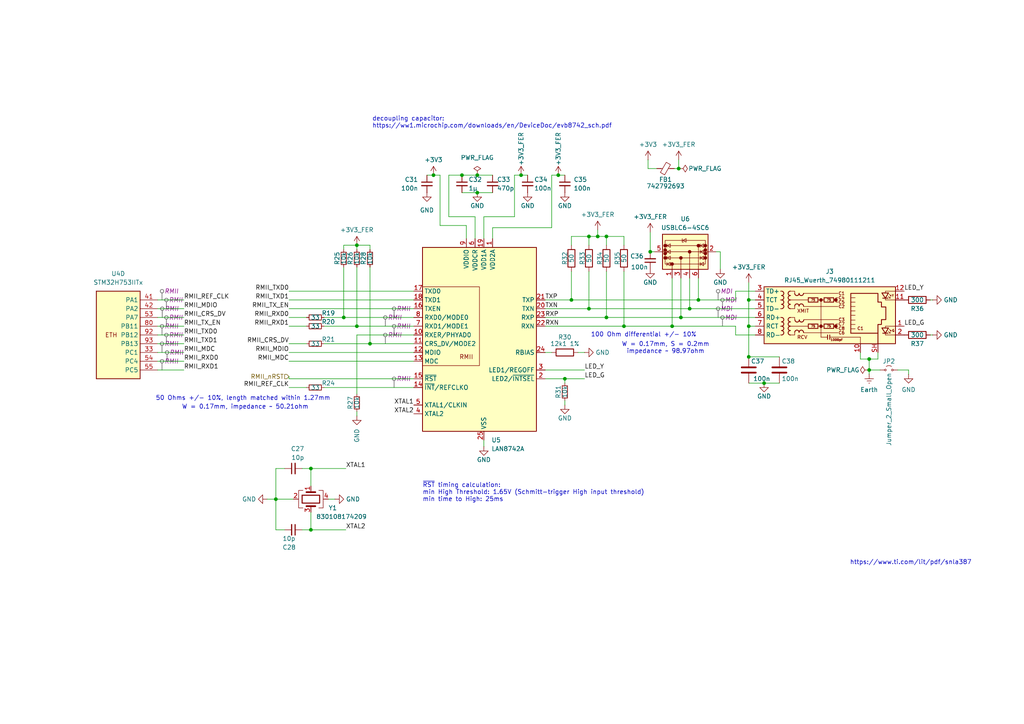
<source format=kicad_sch>
(kicad_sch
	(version 20250114)
	(generator "eeschema")
	(generator_version "9.0")
	(uuid "646f0ec7-69cc-4f42-8786-19ce68dbe63b")
	(paper "A4")
	
	(text "https://www.ti.com/lit/pdf/snla387"
		(exclude_from_sim no)
		(at 264.16 163.195 0)
		(effects
			(font
				(size 1.27 1.27)
			)
		)
		(uuid "07355253-d57a-4889-91b8-64d92046556e")
	)
	(text "W = 0.17mm, impedance ~ 50.21ohm"
		(exclude_from_sim no)
		(at 71.12 118.11 0)
		(effects
			(font
				(size 1.27 1.27)
			)
		)
		(uuid "49058765-2b2c-4275-9dcb-62dec990a013")
	)
	(text "~{RST} timing calculation:\nmin High Threshold: 1.65V (Schmitt-trigger High input threshold)\nmin time to High: 25ms"
		(exclude_from_sim no)
		(at 122.555 142.875 0)
		(effects
			(font
				(size 1.27 1.27)
			)
			(justify left)
		)
		(uuid "647e5c24-9002-4bcb-9253-b89a1429e58f")
	)
	(text "50 Ohms +/- 10%, length matched within 1.27mm"
		(exclude_from_sim no)
		(at 70.485 115.57 0)
		(effects
			(font
				(size 1.27 1.27)
			)
		)
		(uuid "87c95337-b4e4-4486-8203-c41b42b73555")
	)
	(text "decoupling capacitor:\nhttps://ww1.microchip.com/downloads/en/DeviceDoc/evb8742_sch.pdf"
		(exclude_from_sim no)
		(at 107.95 35.56 0)
		(effects
			(font
				(size 1.27 1.27)
			)
			(justify left)
		)
		(uuid "8daae0bb-64e3-4fc9-80ff-1c40c2265636")
	)
	(text "100 Ohm differential +/- 10%"
		(exclude_from_sim no)
		(at 186.69 97.155 0)
		(effects
			(font
				(size 1.27 1.27)
			)
		)
		(uuid "91dfeb50-624f-42c9-afcf-757a0abe0581")
	)
	(text "W = 0.17mm, S = 0.2mm\nimpedance ~ 98.97ohm"
		(exclude_from_sim no)
		(at 193.04 100.965 0)
		(effects
			(font
				(size 1.27 1.27)
			)
		)
		(uuid "fd6cdfc9-b2e2-4b13-abe0-02b1421eaaef")
	)
	(junction
		(at 196.85 48.895)
		(diameter 0)
		(color 0 0 0 0)
		(uuid "049ee6f0-edd9-4de9-9d41-d67b7d7371c4")
	)
	(junction
		(at 252.095 107.315)
		(diameter 0)
		(color 0 0 0 0)
		(uuid "0a4dc002-a1a1-4420-82d9-0f8650ef61be")
	)
	(junction
		(at 163.83 109.855)
		(diameter 0)
		(color 0 0 0 0)
		(uuid "1b0dfb70-1ae2-419b-8562-dfad3b9b2ec1")
	)
	(junction
		(at 103.505 94.615)
		(diameter 0)
		(color 0 0 0 0)
		(uuid "2035bcc3-7426-4bcb-8edc-fae5b3357d94")
	)
	(junction
		(at 151.13 50.8)
		(diameter 0)
		(color 0 0 0 0)
		(uuid "2647d42f-9872-4cd1-b370-3dd4abad0ecf")
	)
	(junction
		(at 202.565 86.995)
		(diameter 0)
		(color 0 0 0 0)
		(uuid "31b34c5c-feb7-4343-a199-c34c4443428d")
	)
	(junction
		(at 180.975 94.615)
		(diameter 0)
		(color 0 0 0 0)
		(uuid "365a1506-233c-4ff0-95cc-7f7a59db9742")
	)
	(junction
		(at 194.945 94.615)
		(diameter 0)
		(color 0 0 0 0)
		(uuid "4369633a-7c55-4b23-8849-c208281a6526")
	)
	(junction
		(at 165.735 86.995)
		(diameter 0)
		(color 0 0 0 0)
		(uuid "463d78f6-9a6e-4f37-93c6-b49793c12db1")
	)
	(junction
		(at 161.925 50.8)
		(diameter 0)
		(color 0 0 0 0)
		(uuid "4d300525-7eec-4176-997d-066554a55c5b")
	)
	(junction
		(at 221.615 111.125)
		(diameter 0)
		(color 0 0 0 0)
		(uuid "5f43df96-af99-4f70-af0c-81c21162083a")
	)
	(junction
		(at 217.17 86.995)
		(diameter 0)
		(color 0 0 0 0)
		(uuid "608c3ba2-14a8-4f9c-8522-bde368058f20")
	)
	(junction
		(at 80.01 144.78)
		(diameter 0)
		(color 0 0 0 0)
		(uuid "787f373f-9e88-4948-aee8-3d2848b59e9a")
	)
	(junction
		(at 175.895 92.075)
		(diameter 0)
		(color 0 0 0 0)
		(uuid "7fe16ac2-7ca3-4751-a581-5dcb8a6c92fd")
	)
	(junction
		(at 200.025 89.535)
		(diameter 0)
		(color 0 0 0 0)
		(uuid "9475dafa-ebc7-4881-a820-06306bb84810")
	)
	(junction
		(at 125.73 50.8)
		(diameter 0)
		(color 0 0 0 0)
		(uuid "96e1967a-2115-41a7-88e9-acfb9aa5adde")
	)
	(junction
		(at 217.17 103.505)
		(diameter 0)
		(color 0 0 0 0)
		(uuid "9beb3c46-0a2f-4454-ac89-62302ac3b4b6")
	)
	(junction
		(at 99.695 92.075)
		(diameter 0)
		(color 0 0 0 0)
		(uuid "a19ea777-a0c8-4300-8c9c-2eff811d80a8")
	)
	(junction
		(at 173.355 68.58)
		(diameter 0)
		(color 0 0 0 0)
		(uuid "aae18f9d-4e04-46ce-b266-d0e944fa6fe0")
	)
	(junction
		(at 103.505 71.12)
		(diameter 0)
		(color 0 0 0 0)
		(uuid "abafef1c-2e60-46e4-a8ae-5d7767c8353f")
	)
	(junction
		(at 90.17 135.89)
		(diameter 0)
		(color 0 0 0 0)
		(uuid "aebe97b2-90e8-4de5-ae36-1e13702e691f")
	)
	(junction
		(at 217.17 94.615)
		(diameter 0)
		(color 0 0 0 0)
		(uuid "b9cce664-a30d-45fa-9a00-8b22b82def88")
	)
	(junction
		(at 170.815 89.535)
		(diameter 0)
		(color 0 0 0 0)
		(uuid "c3700580-2003-4b1e-b1bb-6f518b3b860f")
	)
	(junction
		(at 107.315 99.695)
		(diameter 0)
		(color 0 0 0 0)
		(uuid "d39b6d90-3daf-408a-85ef-31f5d5d58189")
	)
	(junction
		(at 170.815 68.58)
		(diameter 0)
		(color 0 0 0 0)
		(uuid "dbd60596-381e-4027-a0e0-5a70fa2bfffb")
	)
	(junction
		(at 197.485 92.075)
		(diameter 0)
		(color 0 0 0 0)
		(uuid "e4de4d00-0894-47cf-b7f6-1c71ac9dd439")
	)
	(junction
		(at 175.895 68.58)
		(diameter 0)
		(color 0 0 0 0)
		(uuid "e67fad01-e732-47db-8c6b-05e5527967e6")
	)
	(junction
		(at 138.43 50.8)
		(diameter 0)
		(color 0 0 0 0)
		(uuid "eb5b30ac-37b3-4752-9ec5-cabbd714e075")
	)
	(junction
		(at 188.595 73.025)
		(diameter 0)
		(color 0 0 0 0)
		(uuid "f00bcc62-17d4-4f90-8f03-15fd4a6927a5")
	)
	(junction
		(at 90.17 153.67)
		(diameter 0)
		(color 0 0 0 0)
		(uuid "f671a679-fe35-4bcb-8fc5-8cfb555ede48")
	)
	(junction
		(at 138.43 55.88)
		(diameter 0)
		(color 0 0 0 0)
		(uuid "f7882165-b142-422f-b8b9-e7dd0618ad3f")
	)
	(junction
		(at 133.985 50.8)
		(diameter 0)
		(color 0 0 0 0)
		(uuid "f8fde5d8-42bd-473d-8f11-6dac1d9074ab")
	)
	(junction
		(at 252.095 104.14)
		(diameter 0)
		(color 0 0 0 0)
		(uuid "fe636ced-f702-4712-8005-0b89218216b5")
	)
	(wire
		(pts
			(xy 217.17 111.125) (xy 221.615 111.125)
		)
		(stroke
			(width 0)
			(type default)
		)
		(uuid "00144ff2-1693-4af6-869b-7e0a6c94bd1c")
	)
	(wire
		(pts
			(xy 160.02 50.8) (xy 160.02 66.04)
		)
		(stroke
			(width 0)
			(type default)
		)
		(uuid "01affafa-6033-4662-b39b-b9bf66857308")
	)
	(wire
		(pts
			(xy 80.01 144.78) (xy 77.47 144.78)
		)
		(stroke
			(width 0)
			(type default)
		)
		(uuid "01ba70ec-75c3-48c2-bdc1-3082c9c1ff85")
	)
	(wire
		(pts
			(xy 263.525 108.585) (xy 263.525 107.315)
		)
		(stroke
			(width 0)
			(type default)
		)
		(uuid "06da63f1-7d48-4675-bf23-6154b3e6b7ac")
	)
	(wire
		(pts
			(xy 170.815 68.58) (xy 173.355 68.58)
		)
		(stroke
			(width 0)
			(type default)
		)
		(uuid "08911034-c627-4506-90df-866254fed377")
	)
	(wire
		(pts
			(xy 188.595 73.025) (xy 189.865 73.025)
		)
		(stroke
			(width 0)
			(type default)
		)
		(uuid "0af78097-134e-4eab-8e4d-2b17537b0a86")
	)
	(wire
		(pts
			(xy 103.505 71.12) (xy 103.505 72.39)
		)
		(stroke
			(width 0)
			(type default)
		)
		(uuid "0d4f2b73-4153-4178-a506-1e102a676c5a")
	)
	(wire
		(pts
			(xy 173.355 68.58) (xy 175.895 68.58)
		)
		(stroke
			(width 0)
			(type default)
		)
		(uuid "0fccca0a-4dda-4e18-8f4f-5693216504e8")
	)
	(wire
		(pts
			(xy 170.815 78.74) (xy 170.815 89.535)
		)
		(stroke
			(width 0)
			(type default)
		)
		(uuid "15301487-0332-4c24-87d6-9ebe513c5aa8")
	)
	(wire
		(pts
			(xy 180.975 78.74) (xy 180.975 94.615)
		)
		(stroke
			(width 0)
			(type default)
		)
		(uuid "16d55de7-d73b-4de9-a28a-2ad1512f7552")
	)
	(wire
		(pts
			(xy 173.355 66.675) (xy 173.355 68.58)
		)
		(stroke
			(width 0)
			(type default)
		)
		(uuid "20e0de63-6e19-4287-9b59-e7006fd03ea4")
	)
	(wire
		(pts
			(xy 165.735 71.12) (xy 165.735 68.58)
		)
		(stroke
			(width 0)
			(type default)
		)
		(uuid "2125a24a-c2df-4b5f-9ce4-1ba7ca1ac7f3")
	)
	(wire
		(pts
			(xy 217.17 94.615) (xy 219.075 94.615)
		)
		(stroke
			(width 0)
			(type default)
		)
		(uuid "220e8c9f-eddd-4d41-b867-0777ab93f49f")
	)
	(wire
		(pts
			(xy 45.72 92.075) (xy 53.34 92.075)
		)
		(stroke
			(width 0)
			(type default)
		)
		(uuid "23d2efb4-7bcc-48a4-909b-bbd3d05a2745")
	)
	(wire
		(pts
			(xy 158.115 94.615) (xy 180.975 94.615)
		)
		(stroke
			(width 0)
			(type default)
		)
		(uuid "2654fbbe-d5a5-49a7-96c1-e5d3d9cbd202")
	)
	(wire
		(pts
			(xy 103.505 97.155) (xy 103.505 114.3)
		)
		(stroke
			(width 0)
			(type default)
		)
		(uuid "26b370ea-f94a-4cc7-8796-34563f511ab4")
	)
	(wire
		(pts
			(xy 83.82 92.075) (xy 88.9 92.075)
		)
		(stroke
			(width 0)
			(type default)
		)
		(uuid "28e1c6e0-596e-45fc-a2ae-dfd4218dcc2b")
	)
	(wire
		(pts
			(xy 125.73 50.8) (xy 127.635 50.8)
		)
		(stroke
			(width 0)
			(type default)
		)
		(uuid "290a9c70-f7fb-4e52-9ec5-3c44da9fa8bb")
	)
	(wire
		(pts
			(xy 127.635 65.405) (xy 135.255 65.405)
		)
		(stroke
			(width 0)
			(type default)
		)
		(uuid "29531760-dd99-46ec-b090-373b73def878")
	)
	(wire
		(pts
			(xy 93.98 92.075) (xy 99.695 92.075)
		)
		(stroke
			(width 0)
			(type default)
		)
		(uuid "2b2480a8-a9e9-4d94-a36d-49898046089b")
	)
	(wire
		(pts
			(xy 45.72 104.775) (xy 53.34 104.775)
		)
		(stroke
			(width 0)
			(type default)
		)
		(uuid "2d1889fb-b78d-46bc-9b9f-a77d13ac50da")
	)
	(wire
		(pts
			(xy 149.225 62.865) (xy 140.335 62.865)
		)
		(stroke
			(width 0)
			(type default)
		)
		(uuid "2da8ee30-603c-4699-bd2a-d6150ecec628")
	)
	(wire
		(pts
			(xy 45.72 102.235) (xy 53.34 102.235)
		)
		(stroke
			(width 0)
			(type default)
		)
		(uuid "2fcd5923-5415-4aa0-b1b2-2572d5169ef0")
	)
	(wire
		(pts
			(xy 213.36 97.155) (xy 213.36 94.615)
		)
		(stroke
			(width 0)
			(type default)
		)
		(uuid "303ec749-b4df-4895-af78-935caf4ffa85")
	)
	(wire
		(pts
			(xy 249.555 102.235) (xy 249.555 104.14)
		)
		(stroke
			(width 0)
			(type default)
		)
		(uuid "339e1b2d-bb9b-420b-8721-d254f6400d5d")
	)
	(wire
		(pts
			(xy 83.82 102.235) (xy 120.015 102.235)
		)
		(stroke
			(width 0)
			(type default)
		)
		(uuid "34208d06-6624-45f4-8759-b98580b4cab6")
	)
	(wire
		(pts
			(xy 83.82 94.615) (xy 88.9 94.615)
		)
		(stroke
			(width 0)
			(type default)
		)
		(uuid "3a18ed65-3736-42ee-a19e-d4fe4e0db912")
	)
	(wire
		(pts
			(xy 130.175 50.8) (xy 130.175 62.865)
		)
		(stroke
			(width 0)
			(type default)
		)
		(uuid "429cc455-908c-4731-9f3e-59cdf1306dda")
	)
	(wire
		(pts
			(xy 83.82 89.535) (xy 120.015 89.535)
		)
		(stroke
			(width 0)
			(type default)
		)
		(uuid "436c1e9b-5847-48e1-8461-50d0c76d4f4d")
	)
	(wire
		(pts
			(xy 163.83 109.855) (xy 158.115 109.855)
		)
		(stroke
			(width 0)
			(type default)
		)
		(uuid "43dae1d9-5de7-4a35-8a77-507e554c0068")
	)
	(wire
		(pts
			(xy 187.96 48.895) (xy 190.5 48.895)
		)
		(stroke
			(width 0)
			(type default)
		)
		(uuid "48a5b44a-d3cd-4119-adc8-7a67986557fb")
	)
	(wire
		(pts
			(xy 165.735 86.995) (xy 202.565 86.995)
		)
		(stroke
			(width 0)
			(type default)
		)
		(uuid "49a09884-c4f9-4fb9-af64-7c5e38ae0089")
	)
	(wire
		(pts
			(xy 175.895 92.075) (xy 197.485 92.075)
		)
		(stroke
			(width 0)
			(type default)
		)
		(uuid "4b7f8fc0-827f-4f00-b156-8f616aaebcf6")
	)
	(wire
		(pts
			(xy 194.945 94.615) (xy 213.36 94.615)
		)
		(stroke
			(width 0)
			(type default)
		)
		(uuid "4b84dd7b-806f-4ed2-9d62-df9122e4e6e6")
	)
	(wire
		(pts
			(xy 107.315 77.47) (xy 107.315 99.695)
		)
		(stroke
			(width 0)
			(type default)
		)
		(uuid "4bc5c759-75f0-40ef-a141-a41cb1f491fc")
	)
	(wire
		(pts
			(xy 175.895 78.74) (xy 175.895 92.075)
		)
		(stroke
			(width 0)
			(type default)
		)
		(uuid "4d5374fe-a43a-4c9b-b414-195fc28fb9b7")
	)
	(wire
		(pts
			(xy 82.55 153.67) (xy 80.01 153.67)
		)
		(stroke
			(width 0)
			(type default)
		)
		(uuid "4e385c0d-88cc-48c9-a4b5-aefeda986768")
	)
	(wire
		(pts
			(xy 133.985 55.88) (xy 138.43 55.88)
		)
		(stroke
			(width 0)
			(type default)
		)
		(uuid "522a4a19-7f4a-411b-b5a1-ed8003c0efd3")
	)
	(wire
		(pts
			(xy 83.82 86.995) (xy 120.015 86.995)
		)
		(stroke
			(width 0)
			(type default)
		)
		(uuid "52bf19ae-217a-4d6e-9ab1-0d2ab2ccf89a")
	)
	(wire
		(pts
			(xy 270.51 86.995) (xy 269.875 86.995)
		)
		(stroke
			(width 0)
			(type default)
		)
		(uuid "55698565-bacc-4261-aa34-18d5c76ebd76")
	)
	(wire
		(pts
			(xy 83.82 84.455) (xy 120.015 84.455)
		)
		(stroke
			(width 0)
			(type default)
		)
		(uuid "5937e630-c0ef-452a-b08d-abca98131ba2")
	)
	(wire
		(pts
			(xy 45.72 89.535) (xy 53.34 89.535)
		)
		(stroke
			(width 0)
			(type default)
		)
		(uuid "5e24a51b-7d35-445e-a28a-0a7f428dde79")
	)
	(wire
		(pts
			(xy 95.25 144.78) (xy 97.155 144.78)
		)
		(stroke
			(width 0)
			(type default)
		)
		(uuid "61508d60-da4b-43b3-894f-9d6e19fa150a")
	)
	(wire
		(pts
			(xy 103.505 97.155) (xy 120.015 97.155)
		)
		(stroke
			(width 0)
			(type default)
		)
		(uuid "61b320ff-404a-46cc-a700-a316d6f91a6b")
	)
	(wire
		(pts
			(xy 187.96 46.355) (xy 187.96 48.895)
		)
		(stroke
			(width 0)
			(type default)
		)
		(uuid "61d58686-f4f3-4cd0-9e72-c6599e6e60e5")
	)
	(wire
		(pts
			(xy 202.565 80.645) (xy 202.565 86.995)
		)
		(stroke
			(width 0)
			(type default)
		)
		(uuid "62d3a61c-f94d-4ec5-ae3c-b6b037886d47")
	)
	(wire
		(pts
			(xy 163.83 109.855) (xy 163.83 111.125)
		)
		(stroke
			(width 0)
			(type default)
		)
		(uuid "674f085f-fb53-4729-8e44-4201119212aa")
	)
	(wire
		(pts
			(xy 130.175 50.8) (xy 133.985 50.8)
		)
		(stroke
			(width 0)
			(type default)
		)
		(uuid "68f2f386-eb02-421e-a7d1-2f8fbe6da36d")
	)
	(wire
		(pts
			(xy 213.36 84.455) (xy 219.075 84.455)
		)
		(stroke
			(width 0)
			(type default)
		)
		(uuid "6afcbffe-476b-4748-95fe-8ea452c242cd")
	)
	(wire
		(pts
			(xy 45.72 99.695) (xy 53.34 99.695)
		)
		(stroke
			(width 0)
			(type default)
		)
		(uuid "6b66700f-6440-4a98-9ea2-912876cb0c86")
	)
	(wire
		(pts
			(xy 252.095 107.315) (xy 255.27 107.315)
		)
		(stroke
			(width 0)
			(type default)
		)
		(uuid "6c6c5d66-4a78-43a2-ad9f-8471ed731a0b")
	)
	(wire
		(pts
			(xy 180.975 68.58) (xy 180.975 71.12)
		)
		(stroke
			(width 0)
			(type default)
		)
		(uuid "6c972cd1-4da0-4615-aed0-1b0e67e4768a")
	)
	(wire
		(pts
			(xy 219.075 86.995) (xy 217.17 86.995)
		)
		(stroke
			(width 0)
			(type default)
		)
		(uuid "6e785828-3fe3-4bff-b9a6-2ec11b609e3c")
	)
	(wire
		(pts
			(xy 217.17 103.505) (xy 226.06 103.505)
		)
		(stroke
			(width 0)
			(type default)
		)
		(uuid "78aba207-eb8b-48e5-be39-c7b69e8a494c")
	)
	(wire
		(pts
			(xy 270.51 97.155) (xy 269.875 97.155)
		)
		(stroke
			(width 0)
			(type default)
		)
		(uuid "7bcc2f40-53e0-4560-bac4-206255dca4e5")
	)
	(wire
		(pts
			(xy 99.695 92.075) (xy 120.015 92.075)
		)
		(stroke
			(width 0)
			(type default)
		)
		(uuid "7c2481da-70c0-4909-862e-16149359c609")
	)
	(wire
		(pts
			(xy 133.985 50.8) (xy 138.43 50.8)
		)
		(stroke
			(width 0)
			(type default)
		)
		(uuid "7c97ce75-94c9-4b10-8262-850d8bbb3df6")
	)
	(wire
		(pts
			(xy 90.17 135.89) (xy 90.17 140.97)
		)
		(stroke
			(width 0)
			(type default)
		)
		(uuid "7ea64745-433b-4445-8340-fe5232f8e914")
	)
	(wire
		(pts
			(xy 93.98 112.395) (xy 120.015 112.395)
		)
		(stroke
			(width 0)
			(type default)
		)
		(uuid "7fbc9325-e968-4f74-9b93-5bd8d08d7e5f")
	)
	(wire
		(pts
			(xy 103.505 71.12) (xy 107.315 71.12)
		)
		(stroke
			(width 0)
			(type default)
		)
		(uuid "800530cc-c4d2-4a7e-91f0-76d71f148cbd")
	)
	(wire
		(pts
			(xy 169.545 107.315) (xy 158.115 107.315)
		)
		(stroke
			(width 0)
			(type default)
		)
		(uuid "812ff3f7-f076-40b5-8856-3a597416b7eb")
	)
	(wire
		(pts
			(xy 208.915 78.105) (xy 208.915 73.025)
		)
		(stroke
			(width 0)
			(type default)
		)
		(uuid "83ea4a83-a30c-48bd-9175-53b0aa084a6a")
	)
	(wire
		(pts
			(xy 99.695 77.47) (xy 99.695 92.075)
		)
		(stroke
			(width 0)
			(type default)
		)
		(uuid "871fb53c-fd13-4b02-abc0-fe5e27b7b0a5")
	)
	(wire
		(pts
			(xy 158.115 89.535) (xy 170.815 89.535)
		)
		(stroke
			(width 0)
			(type default)
		)
		(uuid "8a403cb8-dfd3-4ae5-be0f-3761e62ab178")
	)
	(wire
		(pts
			(xy 83.82 99.695) (xy 88.9 99.695)
		)
		(stroke
			(width 0)
			(type default)
		)
		(uuid "8a5a1edd-b612-4278-ace6-d9a58e952d76")
	)
	(wire
		(pts
			(xy 103.505 94.615) (xy 120.015 94.615)
		)
		(stroke
			(width 0)
			(type default)
		)
		(uuid "8bc3e9a0-e3c7-4ab7-81fe-5f240abc8e28")
	)
	(wire
		(pts
			(xy 208.915 73.025) (xy 207.645 73.025)
		)
		(stroke
			(width 0)
			(type default)
		)
		(uuid "8c28dfd6-f055-4f0f-bfd7-60187e203c7b")
	)
	(wire
		(pts
			(xy 169.545 109.855) (xy 163.83 109.855)
		)
		(stroke
			(width 0)
			(type default)
		)
		(uuid "8ded6cc0-737a-4c89-89a1-f1139eb4cc8e")
	)
	(wire
		(pts
			(xy 83.82 104.775) (xy 120.015 104.775)
		)
		(stroke
			(width 0)
			(type default)
		)
		(uuid "8e0b8178-31de-48d9-b9c1-9458379f8036")
	)
	(wire
		(pts
			(xy 197.485 80.645) (xy 197.485 92.075)
		)
		(stroke
			(width 0)
			(type default)
		)
		(uuid "8e687512-2e02-42e9-aa27-bf833b5e8bdc")
	)
	(wire
		(pts
			(xy 165.735 78.74) (xy 165.735 86.995)
		)
		(stroke
			(width 0)
			(type default)
		)
		(uuid "91da2b26-22a0-4542-b2ee-931d057c3727")
	)
	(wire
		(pts
			(xy 90.17 153.67) (xy 87.63 153.67)
		)
		(stroke
			(width 0)
			(type default)
		)
		(uuid "92bf7c38-400d-49d1-ad9d-4d9a6ce02c7c")
	)
	(wire
		(pts
			(xy 217.17 81.915) (xy 217.17 86.995)
		)
		(stroke
			(width 0)
			(type default)
		)
		(uuid "94478a99-c3c4-4e4c-a495-d24168655c5f")
	)
	(wire
		(pts
			(xy 127.635 50.8) (xy 127.635 65.405)
		)
		(stroke
			(width 0)
			(type default)
		)
		(uuid "94a1c5ba-7c20-4a13-9b87-f0fa0e9f28df")
	)
	(wire
		(pts
			(xy 254.635 102.235) (xy 254.635 104.14)
		)
		(stroke
			(width 0)
			(type default)
		)
		(uuid "952da97a-927e-4ca1-baaf-7ff4a88abfb2")
	)
	(wire
		(pts
			(xy 200.025 80.645) (xy 200.025 89.535)
		)
		(stroke
			(width 0)
			(type default)
		)
		(uuid "9548ff77-0a4c-4549-9c8e-d0fd9f1e6a40")
	)
	(wire
		(pts
			(xy 252.095 104.14) (xy 254.635 104.14)
		)
		(stroke
			(width 0)
			(type default)
		)
		(uuid "97f110a7-551f-4025-aabc-dea7c2b7dcd7")
	)
	(wire
		(pts
			(xy 249.555 104.14) (xy 252.095 104.14)
		)
		(stroke
			(width 0)
			(type default)
		)
		(uuid "984cd56c-c49f-48f8-aa4b-f552714fdc23")
	)
	(wire
		(pts
			(xy 45.72 107.315) (xy 53.34 107.315)
		)
		(stroke
			(width 0)
			(type default)
		)
		(uuid "9885e643-76f4-43fa-bcbf-55ff7c90248a")
	)
	(wire
		(pts
			(xy 80.01 135.89) (xy 82.55 135.89)
		)
		(stroke
			(width 0)
			(type default)
		)
		(uuid "9b556e72-6b69-440e-8dd6-395eced69758")
	)
	(wire
		(pts
			(xy 260.35 107.315) (xy 263.525 107.315)
		)
		(stroke
			(width 0)
			(type default)
		)
		(uuid "9cf1c10b-b647-46e8-a76f-84bc75175116")
	)
	(wire
		(pts
			(xy 200.025 89.535) (xy 219.075 89.535)
		)
		(stroke
			(width 0)
			(type default)
		)
		(uuid "9d3da8a4-f830-4814-ae63-5a93f6e6f974")
	)
	(wire
		(pts
			(xy 83.82 112.395) (xy 88.9 112.395)
		)
		(stroke
			(width 0)
			(type default)
		)
		(uuid "9d47613c-b2e9-47d4-b847-783c0eecfe36")
	)
	(wire
		(pts
			(xy 80.01 144.78) (xy 85.09 144.78)
		)
		(stroke
			(width 0)
			(type default)
		)
		(uuid "9e328c0b-b8d0-44c3-9502-a376eb60c70f")
	)
	(wire
		(pts
			(xy 195.58 48.895) (xy 196.85 48.895)
		)
		(stroke
			(width 0)
			(type default)
		)
		(uuid "9f77652f-e7f9-4d2e-9fd8-b7fed4b023d7")
	)
	(wire
		(pts
			(xy 45.72 97.155) (xy 53.34 97.155)
		)
		(stroke
			(width 0)
			(type default)
		)
		(uuid "a15bffc4-03ec-4494-b211-30b28e55de7c")
	)
	(wire
		(pts
			(xy 161.925 50.8) (xy 163.83 50.8)
		)
		(stroke
			(width 0)
			(type default)
		)
		(uuid "a1b019fd-8deb-484b-9046-8f51a332eb08")
	)
	(wire
		(pts
			(xy 100.33 135.89) (xy 90.17 135.89)
		)
		(stroke
			(width 0)
			(type default)
		)
		(uuid "a3ac8f3e-6ccb-4afa-b5be-fc8a54d1b5c3")
	)
	(wire
		(pts
			(xy 160.02 50.8) (xy 161.925 50.8)
		)
		(stroke
			(width 0)
			(type default)
		)
		(uuid "a6e42b82-5250-4794-aa1b-6a9d3cc2a740")
	)
	(wire
		(pts
			(xy 83.82 109.855) (xy 120.015 109.855)
		)
		(stroke
			(width 0)
			(type default)
		)
		(uuid "a7600a51-bba3-4568-95e4-a911a671451b")
	)
	(wire
		(pts
			(xy 153.035 50.8) (xy 151.13 50.8)
		)
		(stroke
			(width 0)
			(type default)
		)
		(uuid "a78d45b3-6f4b-40c8-b675-b373cdf2db95")
	)
	(wire
		(pts
			(xy 80.01 144.78) (xy 80.01 135.89)
		)
		(stroke
			(width 0)
			(type default)
		)
		(uuid "a80f71b5-806b-448e-8d71-c0fa43b87a80")
	)
	(wire
		(pts
			(xy 160.02 66.04) (xy 142.875 66.04)
		)
		(stroke
			(width 0)
			(type default)
		)
		(uuid "aca29c85-595d-4868-bff2-7837dc83bbb1")
	)
	(wire
		(pts
			(xy 175.895 68.58) (xy 175.895 71.12)
		)
		(stroke
			(width 0)
			(type default)
		)
		(uuid "acfd7b76-16dc-49f2-a48a-5c7cd1ce04e7")
	)
	(wire
		(pts
			(xy 45.72 86.995) (xy 53.34 86.995)
		)
		(stroke
			(width 0)
			(type default)
		)
		(uuid "ad8abd60-dcfd-4719-84a8-2aa3bb4d78e2")
	)
	(wire
		(pts
			(xy 100.33 153.67) (xy 90.17 153.67)
		)
		(stroke
			(width 0)
			(type default)
		)
		(uuid "adc8bd2c-37d6-4047-8788-f3094fbc5d11")
	)
	(wire
		(pts
			(xy 103.505 77.47) (xy 103.505 94.615)
		)
		(stroke
			(width 0)
			(type default)
		)
		(uuid "b147d74c-0249-49e5-ba86-6d63126ec931")
	)
	(wire
		(pts
			(xy 140.335 127.635) (xy 140.335 129.54)
		)
		(stroke
			(width 0)
			(type default)
		)
		(uuid "b15c7db4-bbd8-467f-ada9-e6ccec227f53")
	)
	(wire
		(pts
			(xy 217.17 94.615) (xy 217.17 103.505)
		)
		(stroke
			(width 0)
			(type default)
		)
		(uuid "b3b6295f-3bd7-4cb7-8d2f-5eb061c3ec6f")
	)
	(wire
		(pts
			(xy 196.85 46.355) (xy 196.85 48.895)
		)
		(stroke
			(width 0)
			(type default)
		)
		(uuid "b3eb0eee-b544-43cc-ac14-ef786a2e8e70")
	)
	(wire
		(pts
			(xy 123.825 50.8) (xy 125.73 50.8)
		)
		(stroke
			(width 0)
			(type default)
		)
		(uuid "b52cdca1-6194-43f7-a3da-9f51f82530cf")
	)
	(wire
		(pts
			(xy 45.72 94.615) (xy 53.34 94.615)
		)
		(stroke
			(width 0)
			(type default)
		)
		(uuid "b659373f-abac-4095-91b7-3cd134be45d6")
	)
	(wire
		(pts
			(xy 135.255 65.405) (xy 135.255 69.215)
		)
		(stroke
			(width 0)
			(type default)
		)
		(uuid "b9e03fb6-2f0c-4279-b9d4-c71f9ecc5acc")
	)
	(wire
		(pts
			(xy 197.485 92.075) (xy 219.075 92.075)
		)
		(stroke
			(width 0)
			(type default)
		)
		(uuid "bba6544d-7714-4872-8583-92941f4db7f0")
	)
	(wire
		(pts
			(xy 221.615 111.125) (xy 226.06 111.125)
		)
		(stroke
			(width 0)
			(type default)
		)
		(uuid "bbbb2aa4-d452-4a66-bb98-5d058a59c6cb")
	)
	(wire
		(pts
			(xy 170.815 89.535) (xy 200.025 89.535)
		)
		(stroke
			(width 0)
			(type default)
		)
		(uuid "bd0553eb-77a6-4647-a4c3-297b942873da")
	)
	(wire
		(pts
			(xy 99.695 71.12) (xy 103.505 71.12)
		)
		(stroke
			(width 0)
			(type default)
		)
		(uuid "be79e75b-7ed4-4d49-a22c-57af6699a84b")
	)
	(wire
		(pts
			(xy 158.115 92.075) (xy 175.895 92.075)
		)
		(stroke
			(width 0)
			(type default)
		)
		(uuid "bea9ac0c-383b-43e8-bd7a-ed1b0184cb56")
	)
	(wire
		(pts
			(xy 163.83 116.205) (xy 163.83 117.475)
		)
		(stroke
			(width 0)
			(type default)
		)
		(uuid "bf9515c4-18eb-4e02-b1ea-e1efa3d812c6")
	)
	(wire
		(pts
			(xy 252.095 104.14) (xy 252.095 107.315)
		)
		(stroke
			(width 0)
			(type default)
		)
		(uuid "c00f1a19-9a24-4f94-a353-f0a3934af9f0")
	)
	(wire
		(pts
			(xy 194.945 80.645) (xy 194.945 94.615)
		)
		(stroke
			(width 0)
			(type default)
		)
		(uuid "c296004b-d4fc-4e63-abd8-d81f9db587bc")
	)
	(wire
		(pts
			(xy 160.02 102.235) (xy 158.115 102.235)
		)
		(stroke
			(width 0)
			(type default)
		)
		(uuid "c2a5f62a-48ec-4025-9c16-f41f634127df")
	)
	(wire
		(pts
			(xy 93.98 94.615) (xy 103.505 94.615)
		)
		(stroke
			(width 0)
			(type default)
		)
		(uuid "c4f9098d-65a2-45fb-a988-1643465e1e0a")
	)
	(wire
		(pts
			(xy 107.315 99.695) (xy 120.015 99.695)
		)
		(stroke
			(width 0)
			(type default)
		)
		(uuid "c50b4b23-93b6-4403-895a-1d659fd37072")
	)
	(wire
		(pts
			(xy 151.13 50.8) (xy 149.225 50.8)
		)
		(stroke
			(width 0)
			(type default)
		)
		(uuid "c53fef38-6ac5-421b-a1b6-5eebd9c4aea7")
	)
	(wire
		(pts
			(xy 99.695 72.39) (xy 99.695 71.12)
		)
		(stroke
			(width 0)
			(type default)
		)
		(uuid "c9abb0ee-9525-464f-8566-fa1f334bf4be")
	)
	(wire
		(pts
			(xy 165.735 86.995) (xy 158.115 86.995)
		)
		(stroke
			(width 0)
			(type default)
		)
		(uuid "cc6e4fa6-f53d-490b-8743-526a9100e71d")
	)
	(wire
		(pts
			(xy 188.595 67.31) (xy 188.595 73.025)
		)
		(stroke
			(width 0)
			(type default)
		)
		(uuid "cd10e510-1d6c-49af-97e6-ac8446a06643")
	)
	(wire
		(pts
			(xy 213.36 97.155) (xy 219.075 97.155)
		)
		(stroke
			(width 0)
			(type default)
		)
		(uuid "cdf3343a-e54a-48d4-a6b3-953fb3fa9220")
	)
	(wire
		(pts
			(xy 252.095 107.315) (xy 252.095 108.585)
		)
		(stroke
			(width 0)
			(type default)
		)
		(uuid "d0c6e02d-e1dd-4228-9250-0c868f09525e")
	)
	(wire
		(pts
			(xy 165.735 68.58) (xy 170.815 68.58)
		)
		(stroke
			(width 0)
			(type default)
		)
		(uuid "d1826d52-0eba-4306-9409-8f71d86591ce")
	)
	(wire
		(pts
			(xy 103.505 119.38) (xy 103.505 120.65)
		)
		(stroke
			(width 0)
			(type default)
		)
		(uuid "d32a798a-2e1b-4535-8805-d7e5ea0eaae2")
	)
	(wire
		(pts
			(xy 137.795 62.865) (xy 137.795 69.215)
		)
		(stroke
			(width 0)
			(type default)
		)
		(uuid "d7719353-f0ae-4b86-8de9-287fbe617e2c")
	)
	(wire
		(pts
			(xy 80.01 153.67) (xy 80.01 144.78)
		)
		(stroke
			(width 0)
			(type default)
		)
		(uuid "d99d427d-7613-4dc3-975f-e7800535aed9")
	)
	(wire
		(pts
			(xy 130.175 62.865) (xy 137.795 62.865)
		)
		(stroke
			(width 0)
			(type default)
		)
		(uuid "db4fcfd2-aede-4844-ac04-0715279789dd")
	)
	(wire
		(pts
			(xy 217.17 86.995) (xy 217.17 94.615)
		)
		(stroke
			(width 0)
			(type default)
		)
		(uuid "dd18eb2c-730b-4e31-ae7a-f77b42140eed")
	)
	(wire
		(pts
			(xy 180.975 94.615) (xy 194.945 94.615)
		)
		(stroke
			(width 0)
			(type default)
		)
		(uuid "e155ea79-d884-4589-86ae-8bf43c64a009")
	)
	(wire
		(pts
			(xy 170.815 68.58) (xy 170.815 71.12)
		)
		(stroke
			(width 0)
			(type default)
		)
		(uuid "e50b5493-8d01-4a3e-887c-511eeba7286c")
	)
	(wire
		(pts
			(xy 107.315 71.12) (xy 107.315 72.39)
		)
		(stroke
			(width 0)
			(type default)
		)
		(uuid "e5eb505e-e779-4399-a8f9-e3921bbc7710")
	)
	(wire
		(pts
			(xy 149.225 50.8) (xy 149.225 62.865)
		)
		(stroke
			(width 0)
			(type default)
		)
		(uuid "e7abd211-a126-4e86-8ac4-cd6f7b1d8db2")
	)
	(wire
		(pts
			(xy 83.82 109.22) (xy 83.82 109.855)
		)
		(stroke
			(width 0)
			(type default)
		)
		(uuid "e82de660-4928-479d-a481-d1a1b6f4eb9b")
	)
	(wire
		(pts
			(xy 175.895 68.58) (xy 180.975 68.58)
		)
		(stroke
			(width 0)
			(type default)
		)
		(uuid "e9739e40-1808-4fcf-b512-cf42ab4a7959")
	)
	(wire
		(pts
			(xy 87.63 135.89) (xy 90.17 135.89)
		)
		(stroke
			(width 0)
			(type default)
		)
		(uuid "ec87a965-a33e-4bb4-8d61-2d5e11d06920")
	)
	(wire
		(pts
			(xy 169.545 102.235) (xy 167.64 102.235)
		)
		(stroke
			(width 0)
			(type default)
		)
		(uuid "ee017901-6604-4033-9edb-84ee8341180e")
	)
	(wire
		(pts
			(xy 142.875 66.04) (xy 142.875 69.215)
		)
		(stroke
			(width 0)
			(type default)
		)
		(uuid "ef6e78f6-c7ec-4702-9f2f-afc339511181")
	)
	(wire
		(pts
			(xy 213.36 84.455) (xy 213.36 86.995)
		)
		(stroke
			(width 0)
			(type default)
		)
		(uuid "f046ebd9-0e75-4b81-b0e1-a29ab86d327a")
	)
	(wire
		(pts
			(xy 90.17 148.59) (xy 90.17 153.67)
		)
		(stroke
			(width 0)
			(type default)
		)
		(uuid "f0ad7163-6cf0-4dc0-8878-cd318ce0e966")
	)
	(wire
		(pts
			(xy 138.43 50.8) (xy 142.875 50.8)
		)
		(stroke
			(width 0)
			(type default)
		)
		(uuid "f23d3adc-604b-4fd1-8d73-2802a9086ee8")
	)
	(wire
		(pts
			(xy 93.98 99.695) (xy 107.315 99.695)
		)
		(stroke
			(width 0)
			(type default)
		)
		(uuid "f356096d-2687-4997-8b33-afe93c339623")
	)
	(wire
		(pts
			(xy 138.43 55.88) (xy 142.875 55.88)
		)
		(stroke
			(width 0)
			(type default)
		)
		(uuid "fd0b2736-439e-4d04-8d91-08fda19dd721")
	)
	(wire
		(pts
			(xy 202.565 86.995) (xy 213.36 86.995)
		)
		(stroke
			(width 0)
			(type default)
		)
		(uuid "fd79d2dc-88de-46de-80ed-e7c3404d6f02")
	)
	(wire
		(pts
			(xy 140.335 62.865) (xy 140.335 69.215)
		)
		(stroke
			(width 0)
			(type default)
		)
		(uuid "fd9413b9-7e53-4c78-b960-1364993f86fe")
	)
	(label "RMII_REF_CLK"
		(at 83.82 112.395 180)
		(effects
			(font
				(size 1.27 1.27)
			)
			(justify right bottom)
		)
		(uuid "26607b01-67c9-4133-821a-3356345fb417")
	)
	(label "RMII_TX_EN"
		(at 83.82 89.535 180)
		(effects
			(font
				(size 1.27 1.27)
			)
			(justify right bottom)
		)
		(uuid "29c18692-8289-4c7f-8256-bce50a093eab")
	)
	(label "RXN"
		(at 158.115 94.615 0)
		(effects
			(font
				(size 1.27 1.27)
			)
			(justify left bottom)
		)
		(uuid "35720338-fa14-40b1-9fd7-6f00f8ea5477")
	)
	(label "LED_Y"
		(at 169.545 107.315 0)
		(effects
			(font
				(size 1.27 1.27)
			)
			(justify left bottom)
		)
		(uuid "3c4d43cd-5185-4af6-a0ca-371a8baf3403")
	)
	(label "XTAL2"
		(at 120.015 120.015 180)
		(effects
			(font
				(size 1.27 1.27)
			)
			(justify right bottom)
		)
		(uuid "46df73cb-ee33-42a6-903d-3ad9319d678f")
	)
	(label "XTAL2"
		(at 100.33 153.67 0)
		(effects
			(font
				(size 1.27 1.27)
			)
			(justify left bottom)
		)
		(uuid "4ed7961a-40fe-4d7e-912c-5d7f470b7fb3")
	)
	(label "RMII_TXD1"
		(at 83.82 86.995 180)
		(effects
			(font
				(size 1.27 1.27)
			)
			(justify right bottom)
		)
		(uuid "65f0420b-606f-4665-a9e0-567d3e25c063")
	)
	(label "RMII_MDIO"
		(at 53.34 89.535 0)
		(effects
			(font
				(size
... [96937 chars truncated]
</source>
